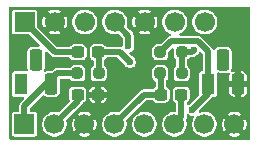
<source format=gbr>
%TF.GenerationSoftware,KiCad,Pcbnew,9.0.5*%
%TF.CreationDate,2025-11-23T20:09:45-05:00*%
%TF.ProjectId,Silicon Fuzz Face Compact,53696c69-636f-46e2-9046-757a7a204661,rev?*%
%TF.SameCoordinates,Original*%
%TF.FileFunction,Copper,L1,Top*%
%TF.FilePolarity,Positive*%
%FSLAX46Y46*%
G04 Gerber Fmt 4.6, Leading zero omitted, Abs format (unit mm)*
G04 Created by KiCad (PCBNEW 9.0.5) date 2025-11-23 20:09:45*
%MOMM*%
%LPD*%
G01*
G04 APERTURE LIST*
G04 Aperture macros list*
%AMRoundRect*
0 Rectangle with rounded corners*
0 $1 Rounding radius*
0 $2 $3 $4 $5 $6 $7 $8 $9 X,Y pos of 4 corners*
0 Add a 4 corners polygon primitive as box body*
4,1,4,$2,$3,$4,$5,$6,$7,$8,$9,$2,$3,0*
0 Add four circle primitives for the rounded corners*
1,1,$1+$1,$2,$3*
1,1,$1+$1,$4,$5*
1,1,$1+$1,$6,$7*
1,1,$1+$1,$8,$9*
0 Add four rect primitives between the rounded corners*
20,1,$1+$1,$2,$3,$4,$5,0*
20,1,$1+$1,$4,$5,$6,$7,0*
20,1,$1+$1,$6,$7,$8,$9,0*
20,1,$1+$1,$8,$9,$2,$3,0*%
G04 Aperture macros list end*
%TA.AperFunction,SMDPad,CuDef*%
%ADD10RoundRect,0.237500X0.300000X0.237500X-0.300000X0.237500X-0.300000X-0.237500X0.300000X-0.237500X0*%
%TD*%
%TA.AperFunction,ComponentPad*%
%ADD11R,1.700000X1.700000*%
%TD*%
%TA.AperFunction,ComponentPad*%
%ADD12C,1.700000*%
%TD*%
%TA.AperFunction,SMDPad,CuDef*%
%ADD13RoundRect,0.237500X0.250000X0.237500X-0.250000X0.237500X-0.250000X-0.237500X0.250000X-0.237500X0*%
%TD*%
%TA.AperFunction,SMDPad,CuDef*%
%ADD14RoundRect,0.237500X-0.300000X-0.237500X0.300000X-0.237500X0.300000X0.237500X-0.300000X0.237500X0*%
%TD*%
%TA.AperFunction,ComponentPad*%
%ADD15R,1.100000X1.800000*%
%TD*%
%TA.AperFunction,ComponentPad*%
%ADD16RoundRect,0.275000X-0.275000X-0.625000X0.275000X-0.625000X0.275000X0.625000X-0.275000X0.625000X0*%
%TD*%
%TA.AperFunction,ViaPad*%
%ADD17C,0.600000*%
%TD*%
%TA.AperFunction,Conductor*%
%ADD18C,0.500000*%
%TD*%
G04 APERTURE END LIST*
D10*
%TO.P,C1,1*%
%TO.N,Net-(Q1-B)*%
X56762500Y-84850000D03*
%TO.P,C1,2*%
%TO.N,/InputHigh*%
X55037500Y-84850000D03*
%TD*%
D11*
%TO.P,J1,1,Pin_1*%
%TO.N,/1k Pot 1*%
X50500000Y-90950000D03*
D12*
%TO.P,J1,2,Pin_2*%
%TO.N,/1k Pot 2*%
X53040000Y-90950000D03*
%TO.P,J1,3,Pin_3*%
%TO.N,GND*%
X55580000Y-90950000D03*
%TO.P,J1,4,Pin_4*%
%TO.N,/20k Pot 1*%
X58120000Y-90950000D03*
%TO.P,J1,5,Pin_5*%
%TO.N,/20k Pot 2*%
X60660000Y-90950000D03*
%TO.P,J1,6,Pin_6*%
%TO.N,/500k Pot 1*%
X63200000Y-90950000D03*
%TO.P,J1,7,Pin_7*%
%TO.N,/500k Pot 2*%
X65740000Y-90950000D03*
%TO.P,J1,8,Pin_8*%
%TO.N,GND*%
X68280000Y-90950000D03*
%TD*%
D13*
%TO.P,R3,1*%
%TO.N,Net-(Q1-B)*%
X56800000Y-86650000D03*
%TO.P,R3,2*%
%TO.N,/1k Pot 1*%
X54975000Y-86650000D03*
%TD*%
%TO.P,R2,1*%
%TO.N,/9V-GND*%
X63812500Y-86650000D03*
%TO.P,R2,2*%
%TO.N,/20k Pot 1*%
X61987500Y-86650000D03*
%TD*%
D11*
%TO.P,J2,1,Pin_1*%
%TO.N,/InputHigh*%
X50520000Y-82300000D03*
D12*
%TO.P,J2,2,Pin_2*%
%TO.N,GND*%
X53060000Y-82300000D03*
%TO.P,J2,3,Pin_3*%
%TO.N,/+9V*%
X55600000Y-82300000D03*
%TO.P,J2,4,Pin_4*%
%TO.N,/500k Pot 2*%
X58140000Y-82300000D03*
%TO.P,J2,5,Pin_5*%
%TO.N,GND*%
X60680000Y-82300000D03*
%TO.P,J2,6,Pin_6*%
%TO.N,/+9V*%
X63220000Y-82300000D03*
%TO.P,J2,7,Pin_7*%
%TO.N,/9V-GND*%
X65760000Y-82300000D03*
%TD*%
D14*
%TO.P,C2,1*%
%TO.N,/1k Pot 2*%
X55000000Y-88450000D03*
%TO.P,C2,2*%
%TO.N,GND*%
X56725000Y-88450000D03*
%TD*%
%TO.P,C3,1*%
%TO.N,/20k Pot 1*%
X62050000Y-88450000D03*
%TO.P,C3,2*%
%TO.N,/500k Pot 1*%
X63775000Y-88450000D03*
%TD*%
D13*
%TO.P,R1,1*%
%TO.N,/9V-GND*%
X63812500Y-84850000D03*
%TO.P,R1,2*%
%TO.N,Net-(Q1-C)*%
X61987500Y-84850000D03*
%TD*%
D15*
%TO.P,Q2,1,C*%
%TO.N,/20k Pot 2*%
X50210000Y-87550000D03*
D16*
%TO.P,Q2,2,B*%
%TO.N,Net-(Q1-C)*%
X51480000Y-85480000D03*
%TO.P,Q2,3,E*%
%TO.N,/1k Pot 1*%
X52750000Y-87550000D03*
%TD*%
D15*
%TO.P,Q1,1,C*%
%TO.N,Net-(Q1-C)*%
X66050000Y-87550000D03*
D16*
%TO.P,Q1,2,B*%
%TO.N,Net-(Q1-B)*%
X67320000Y-85480000D03*
%TO.P,Q1,3,E*%
%TO.N,GND*%
X68590000Y-87550000D03*
%TD*%
D17*
%TO.N,GND*%
X56925000Y-91900000D03*
X59375000Y-81400000D03*
X68550000Y-85900000D03*
X61975000Y-91900000D03*
X66750000Y-83275000D03*
X50225000Y-85975000D03*
X53825000Y-87450000D03*
X57850000Y-87500000D03*
X66975000Y-91875000D03*
X52133081Y-91950000D03*
X54300000Y-81400000D03*
X60525000Y-84925000D03*
X64450000Y-81425000D03*
%TO.N,Net-(Q1-C)*%
X64700000Y-89725000D03*
%TO.N,Net-(Q1-B)*%
X59425000Y-85675000D03*
%TO.N,/500k Pot 2*%
X59300000Y-84351000D03*
%TO.N,/9V-GND*%
X64850000Y-84650000D03*
%TD*%
D18*
%TO.N,Net-(Q1-C)*%
X65161075Y-83899000D02*
X62938500Y-83899000D01*
X66050000Y-88375000D02*
X66050000Y-87150000D01*
X66050000Y-84787925D02*
X65161075Y-83899000D01*
X62938500Y-83899000D02*
X61987500Y-84850000D01*
X66050000Y-87150000D02*
X66050000Y-84787925D01*
X64700000Y-89725000D02*
X66050000Y-88375000D01*
%TO.N,Net-(Q1-B)*%
X56800000Y-86650000D02*
X56800000Y-84887500D01*
X58600000Y-84850000D02*
X59425000Y-85675000D01*
X56800000Y-84887500D02*
X56762500Y-84850000D01*
X56762500Y-84850000D02*
X58600000Y-84850000D01*
%TO.N,/InputHigh*%
X55175000Y-84850000D02*
X55250000Y-84775000D01*
X53070000Y-84850000D02*
X55037500Y-84850000D01*
X55037500Y-84850000D02*
X55175000Y-84850000D01*
X50520000Y-82300000D02*
X53070000Y-84850000D01*
%TO.N,/20k Pot 1*%
X62050000Y-86712500D02*
X61987500Y-86650000D01*
X62050000Y-88450000D02*
X62050000Y-86712500D01*
X60620000Y-88450000D02*
X58120000Y-90950000D01*
X62050000Y-88450000D02*
X60620000Y-88450000D01*
%TO.N,/500k Pot 1*%
X63775000Y-90375000D02*
X63200000Y-90950000D01*
X63775000Y-88450000D02*
X63775000Y-90375000D01*
%TO.N,/1k Pot 2*%
X55000000Y-88450000D02*
X55000000Y-88990000D01*
X55000000Y-88990000D02*
X53040000Y-90950000D01*
%TO.N,/1k Pot 1*%
X50500000Y-89400000D02*
X52750000Y-87150000D01*
X54975000Y-86650000D02*
X53250000Y-86650000D01*
X53250000Y-86650000D02*
X52750000Y-87150000D01*
X50500000Y-90950000D02*
X50500000Y-89400000D01*
%TO.N,/500k Pot 2*%
X59300000Y-83460000D02*
X58140000Y-82300000D01*
X59300000Y-84351000D02*
X59300000Y-83460000D01*
%TO.N,/9V-GND*%
X63812500Y-84850000D02*
X63812500Y-86650000D01*
X63812500Y-84850000D02*
X64650000Y-84850000D01*
X64650000Y-84850000D02*
X64850000Y-84650000D01*
%TD*%
%TA.AperFunction,Conductor*%
%TO.N,GND*%
G36*
X69558691Y-81019407D02*
G01*
X69594655Y-81068907D01*
X69599500Y-81099500D01*
X69599500Y-92150500D01*
X69580593Y-92208691D01*
X69531093Y-92244655D01*
X69500500Y-92249500D01*
X49299500Y-92249500D01*
X49241309Y-92230593D01*
X49205345Y-92181093D01*
X49200500Y-92150500D01*
X49200500Y-90080253D01*
X49449500Y-90080253D01*
X49449500Y-91819746D01*
X49449501Y-91819758D01*
X49461132Y-91878227D01*
X49461134Y-91878233D01*
X49505445Y-91944548D01*
X49505448Y-91944552D01*
X49571769Y-91988867D01*
X49616231Y-91997711D01*
X49630241Y-92000498D01*
X49630246Y-92000498D01*
X49630252Y-92000500D01*
X49630253Y-92000500D01*
X51369747Y-92000500D01*
X51369748Y-92000500D01*
X51428231Y-91988867D01*
X51494552Y-91944552D01*
X51538867Y-91878231D01*
X51550500Y-91819748D01*
X51550500Y-90846532D01*
X51989500Y-90846532D01*
X51989500Y-91053467D01*
X52029869Y-91256418D01*
X52109058Y-91447597D01*
X52140777Y-91495068D01*
X52224023Y-91619655D01*
X52370345Y-91765977D01*
X52542402Y-91880941D01*
X52733580Y-91960130D01*
X52936535Y-92000500D01*
X52936536Y-92000500D01*
X53143464Y-92000500D01*
X53143465Y-92000500D01*
X53346420Y-91960130D01*
X53537598Y-91880941D01*
X53709655Y-91765977D01*
X53855977Y-91619655D01*
X53970941Y-91447598D01*
X54050130Y-91256420D01*
X54090500Y-91053465D01*
X54090500Y-90846581D01*
X54530000Y-90846581D01*
X54530000Y-91053418D01*
X54570349Y-91256272D01*
X54649501Y-91447360D01*
X54649505Y-91447369D01*
X54681377Y-91495067D01*
X55097036Y-91079407D01*
X55114075Y-91142993D01*
X55179901Y-91257007D01*
X55272993Y-91350099D01*
X55387007Y-91415925D01*
X55450590Y-91432962D01*
X55034931Y-91848621D01*
X55082639Y-91880498D01*
X55273727Y-91959650D01*
X55476581Y-91999999D01*
X55476586Y-92000000D01*
X55683414Y-92000000D01*
X55683418Y-91999999D01*
X55886272Y-91959650D01*
X56077359Y-91880499D01*
X56125068Y-91848621D01*
X55709409Y-91432962D01*
X55772993Y-91415925D01*
X55887007Y-91350099D01*
X55980099Y-91257007D01*
X56045925Y-91142993D01*
X56062962Y-91079409D01*
X56478621Y-91495068D01*
X56510499Y-91447359D01*
X56589650Y-91256272D01*
X56629999Y-91053418D01*
X56630000Y-91053413D01*
X56630000Y-90846585D01*
X56629999Y-90846582D01*
X56629989Y-90846532D01*
X57069500Y-90846532D01*
X57069500Y-91053467D01*
X57109869Y-91256418D01*
X57189058Y-91447597D01*
X57220777Y-91495068D01*
X57304023Y-91619655D01*
X57450345Y-91765977D01*
X57622402Y-91880941D01*
X57813580Y-91960130D01*
X58016535Y-92000500D01*
X58016536Y-92000500D01*
X58223464Y-92000500D01*
X58223465Y-92000500D01*
X58426420Y-91960130D01*
X58617598Y-91880941D01*
X58789655Y-91765977D01*
X58935977Y-91619655D01*
X59050941Y-91447598D01*
X59130130Y-91256420D01*
X59170500Y-91053465D01*
X59170500Y-90846535D01*
X59170499Y-90846532D01*
X59609500Y-90846532D01*
X59609500Y-91053467D01*
X59649869Y-91256418D01*
X59729058Y-91447597D01*
X59760777Y-91495068D01*
X59844023Y-91619655D01*
X59990345Y-91765977D01*
X60162402Y-91880941D01*
X60353580Y-91960130D01*
X60556535Y-92000500D01*
X60556536Y-92000500D01*
X60763464Y-92000500D01*
X60763465Y-92000500D01*
X60966420Y-91960130D01*
X61157598Y-91880941D01*
X61329655Y-91765977D01*
X61475977Y-91619655D01*
X61590941Y-91447598D01*
X61670130Y-91256420D01*
X61710500Y-91053465D01*
X61710500Y-90846535D01*
X61670130Y-90643580D01*
X61590941Y-90452402D01*
X61475977Y-90280345D01*
X61329655Y-90134023D01*
X61316904Y-90125503D01*
X61157597Y-90019058D01*
X60966418Y-89939869D01*
X60763467Y-89899500D01*
X60763465Y-89899500D01*
X60556535Y-89899500D01*
X60556532Y-89899500D01*
X60353581Y-89939869D01*
X60162402Y-90019058D01*
X59990348Y-90134020D01*
X59844020Y-90280348D01*
X59729058Y-90452402D01*
X59649869Y-90643581D01*
X59609500Y-90846532D01*
X59170499Y-90846532D01*
X59130130Y-90643580D01*
X59130128Y-90643577D01*
X59129402Y-90639923D01*
X59136594Y-90579162D01*
X59156493Y-90550608D01*
X60777607Y-88929496D01*
X60832124Y-88901719D01*
X60847611Y-88900500D01*
X61312853Y-88900500D01*
X61371044Y-88919407D01*
X61392506Y-88940709D01*
X61436789Y-89000711D01*
X61436792Y-89000713D01*
X61436793Y-89000714D01*
X61543023Y-89079115D01*
X61543024Y-89079115D01*
X61543025Y-89079116D01*
X61667651Y-89122725D01*
X61691912Y-89125000D01*
X61697233Y-89125499D01*
X61697238Y-89125500D01*
X61697244Y-89125500D01*
X62402762Y-89125500D01*
X62402765Y-89125499D01*
X62432349Y-89122725D01*
X62556975Y-89079116D01*
X62663211Y-89000711D01*
X62741616Y-88894475D01*
X62785225Y-88769849D01*
X62788000Y-88740256D01*
X62788000Y-88159744D01*
X62788000Y-88159738D01*
X62787999Y-88159733D01*
X62785225Y-88130155D01*
X62785225Y-88130151D01*
X62741616Y-88005525D01*
X62737169Y-87999500D01*
X62663214Y-87899293D01*
X62663213Y-87899292D01*
X62663211Y-87899289D01*
X62663206Y-87899285D01*
X62556977Y-87820884D01*
X62553237Y-87818908D01*
X62510626Y-87774999D01*
X62500500Y-87731382D01*
X62500500Y-87287745D01*
X62519407Y-87229554D01*
X62540715Y-87208088D01*
X62550711Y-87200711D01*
X62629116Y-87094475D01*
X62672725Y-86969849D01*
X62675500Y-86940256D01*
X62675500Y-86359744D01*
X62675500Y-86359738D01*
X62675499Y-86359733D01*
X62673575Y-86339216D01*
X62672725Y-86330151D01*
X62629116Y-86205525D01*
X62624669Y-86199500D01*
X62550714Y-86099293D01*
X62550713Y-86099292D01*
X62550711Y-86099289D01*
X62550706Y-86099285D01*
X62444476Y-86020884D01*
X62319852Y-85977276D01*
X62319851Y-85977275D01*
X62319849Y-85977275D01*
X62319847Y-85977274D01*
X62319844Y-85977274D01*
X62290266Y-85974500D01*
X62290256Y-85974500D01*
X61684744Y-85974500D01*
X61684733Y-85974500D01*
X61655155Y-85977274D01*
X61655147Y-85977276D01*
X61530523Y-86020884D01*
X61424293Y-86099285D01*
X61424285Y-86099293D01*
X61345884Y-86205523D01*
X61302276Y-86330147D01*
X61302274Y-86330155D01*
X61299500Y-86359733D01*
X61299500Y-86940266D01*
X61302274Y-86969844D01*
X61302276Y-86969852D01*
X61345884Y-87094476D01*
X61423299Y-87199370D01*
X61424289Y-87200711D01*
X61530525Y-87279116D01*
X61533196Y-87280050D01*
X61535243Y-87281609D01*
X61537084Y-87282582D01*
X61536922Y-87282887D01*
X61581876Y-87317113D01*
X61599500Y-87373495D01*
X61599500Y-87731382D01*
X61580593Y-87789573D01*
X61546763Y-87818908D01*
X61543022Y-87820884D01*
X61436793Y-87899285D01*
X61436789Y-87899289D01*
X61392507Y-87959288D01*
X61342741Y-87994881D01*
X61312853Y-87999500D01*
X60560691Y-87999500D01*
X60537332Y-88005759D01*
X60470325Y-88023713D01*
X60470324Y-88023712D01*
X60446112Y-88030201D01*
X60446109Y-88030202D01*
X60343390Y-88089507D01*
X60343389Y-88089508D01*
X58519392Y-89913503D01*
X58464875Y-89941280D01*
X58430074Y-89940597D01*
X58426420Y-89939870D01*
X58365988Y-89927849D01*
X58223467Y-89899500D01*
X58223465Y-89899500D01*
X58016535Y-89899500D01*
X58016532Y-89899500D01*
X57813581Y-89939869D01*
X57622402Y-90019058D01*
X57450348Y-90134020D01*
X57304020Y-90280348D01*
X57189058Y-90452402D01*
X57109869Y-90643581D01*
X57069500Y-90846532D01*
X56629989Y-90846532D01*
X56589650Y-90643727D01*
X56510498Y-90452639D01*
X56478621Y-90404931D01*
X56062962Y-90820590D01*
X56045925Y-90757007D01*
X55980099Y-90642993D01*
X55887007Y-90549901D01*
X55772993Y-90484075D01*
X55709407Y-90467036D01*
X56125067Y-90051377D01*
X56077369Y-90019505D01*
X56077360Y-90019501D01*
X55886272Y-89940349D01*
X55683418Y-89900000D01*
X55476581Y-89900000D01*
X55273727Y-89940349D01*
X55082638Y-90019501D01*
X55034931Y-90051377D01*
X55450591Y-90467037D01*
X55387007Y-90484075D01*
X55272993Y-90549901D01*
X55179901Y-90642993D01*
X55114075Y-90757007D01*
X55097037Y-90820591D01*
X54681377Y-90404931D01*
X54649501Y-90452638D01*
X54570349Y-90643727D01*
X54530000Y-90846581D01*
X54090500Y-90846581D01*
X54090500Y-90846535D01*
X54050130Y-90643580D01*
X54050128Y-90643576D01*
X54049402Y-90639924D01*
X54056594Y-90579163D01*
X54076493Y-90550609D01*
X55360490Y-89266614D01*
X55419799Y-89163886D01*
X55422300Y-89154550D01*
X55455620Y-89103235D01*
X55485229Y-89086725D01*
X55506975Y-89079116D01*
X55506975Y-89079115D01*
X55506977Y-89079115D01*
X55550341Y-89047110D01*
X55613211Y-89000711D01*
X55691616Y-88894475D01*
X55735225Y-88769849D01*
X55738000Y-88740256D01*
X55738000Y-88700001D01*
X55987500Y-88700001D01*
X55987500Y-88740201D01*
X55990271Y-88769758D01*
X55990272Y-88769759D01*
X56033830Y-88894240D01*
X56112141Y-89000348D01*
X56112151Y-89000358D01*
X56218259Y-89078669D01*
X56342740Y-89122227D01*
X56342741Y-89122228D01*
X56372299Y-89125000D01*
X56474999Y-89125000D01*
X56475000Y-89124999D01*
X56475000Y-88700001D01*
X56975000Y-88700001D01*
X56975000Y-89124999D01*
X56975001Y-89125000D01*
X57077701Y-89125000D01*
X57107258Y-89122228D01*
X57107259Y-89122227D01*
X57231740Y-89078669D01*
X57337848Y-89000358D01*
X57337858Y-89000348D01*
X57416169Y-88894240D01*
X57459727Y-88769759D01*
X57459728Y-88769758D01*
X57462500Y-88740201D01*
X57462500Y-88700001D01*
X57462499Y-88700000D01*
X56975001Y-88700000D01*
X56975000Y-88700001D01*
X56475000Y-88700001D01*
X56474999Y-88700000D01*
X55987501Y-88700000D01*
X55987500Y-88700001D01*
X55738000Y-88700001D01*
X55738000Y-88159798D01*
X55987500Y-88159798D01*
X55987500Y-88199999D01*
X55987501Y-88200000D01*
X56474999Y-88200000D01*
X56475000Y-88199999D01*
X56475000Y-87775001D01*
X56975000Y-87775001D01*
X56975000Y-88199999D01*
X56975001Y-88200000D01*
X57462499Y-88200000D01*
X57462500Y-88199999D01*
X57462500Y-88159798D01*
X57459728Y-88130241D01*
X57459727Y-88130240D01*
X57416169Y-88005759D01*
X57337858Y-87899651D01*
X57337848Y-87899641D01*
X57231740Y-87821330D01*
X57107259Y-87777772D01*
X57107258Y-87777771D01*
X57077701Y-87775000D01*
X56975001Y-87775000D01*
X56975000Y-87775001D01*
X56475000Y-87775001D01*
X56474999Y-87775000D01*
X56372299Y-87775000D01*
X56342741Y-87777771D01*
X56342740Y-87777772D01*
X56218259Y-87821330D01*
X56112151Y-87899641D01*
X56112141Y-87899651D01*
X56033830Y-88005759D01*
X55990272Y-88130240D01*
X55990271Y-88130241D01*
X55987500Y-88159798D01*
X55738000Y-88159798D01*
X55738000Y-88159744D01*
X55738000Y-88159738D01*
X55737999Y-88159733D01*
X55735225Y-88130155D01*
X55735225Y-88130151D01*
X55691616Y-88005525D01*
X55687169Y-87999500D01*
X55613214Y-87899293D01*
X55613213Y-87899292D01*
X55613211Y-87899289D01*
X55613206Y-87899285D01*
X55506976Y-87820884D01*
X55382352Y-87777276D01*
X55382351Y-87777275D01*
X55382349Y-87777275D01*
X55382347Y-87777274D01*
X55382344Y-87777274D01*
X55352766Y-87774500D01*
X55352756Y-87774500D01*
X54647244Y-87774500D01*
X54647233Y-87774500D01*
X54617655Y-87777274D01*
X54617647Y-87777276D01*
X54493023Y-87820884D01*
X54386793Y-87899285D01*
X54386785Y-87899293D01*
X54308384Y-88005523D01*
X54264776Y-88130147D01*
X54264774Y-88130155D01*
X54262000Y-88159733D01*
X54262000Y-88740266D01*
X54264774Y-88769844D01*
X54264776Y-88769852D01*
X54308383Y-88894474D01*
X54312598Y-88900185D01*
X54321503Y-88912251D01*
X54340845Y-88970297D01*
X54322374Y-89028628D01*
X54311852Y-89041043D01*
X53439392Y-89913503D01*
X53384875Y-89941280D01*
X53350074Y-89940597D01*
X53346420Y-89939870D01*
X53285988Y-89927849D01*
X53143467Y-89899500D01*
X53143465Y-89899500D01*
X52936535Y-89899500D01*
X52936532Y-89899500D01*
X52733581Y-89939869D01*
X52542402Y-90019058D01*
X52370348Y-90134020D01*
X52224020Y-90280348D01*
X52109058Y-90452402D01*
X52029869Y-90643581D01*
X51989500Y-90846532D01*
X51550500Y-90846532D01*
X51550500Y-90080252D01*
X51538867Y-90021769D01*
X51494552Y-89955448D01*
X51494548Y-89955445D01*
X51428233Y-89911134D01*
X51428231Y-89911133D01*
X51428228Y-89911132D01*
X51428227Y-89911132D01*
X51369758Y-89899501D01*
X51369748Y-89899500D01*
X51369747Y-89899500D01*
X51049500Y-89899500D01*
X51034588Y-89894655D01*
X51018907Y-89894655D01*
X51006221Y-89885438D01*
X50991309Y-89880593D01*
X50982092Y-89867907D01*
X50969407Y-89858691D01*
X50964561Y-89843778D01*
X50955345Y-89831093D01*
X50950500Y-89800500D01*
X50950500Y-89627610D01*
X50969407Y-89569419D01*
X50979490Y-89557612D01*
X52010091Y-88527010D01*
X52064606Y-88499235D01*
X52125038Y-88508806D01*
X52139419Y-88517761D01*
X52185672Y-88552385D01*
X52242000Y-88594552D01*
X52244774Y-88596628D01*
X52372886Y-88644412D01*
X52429515Y-88650500D01*
X53070484Y-88650499D01*
X53127114Y-88644412D01*
X53255226Y-88596628D01*
X53364687Y-88514687D01*
X53446628Y-88405226D01*
X53494412Y-88277114D01*
X53500500Y-88220485D01*
X53500499Y-87199499D01*
X53519406Y-87141309D01*
X53568906Y-87105345D01*
X53599499Y-87100500D01*
X54287853Y-87100500D01*
X54346044Y-87119407D01*
X54367506Y-87140709D01*
X54411789Y-87200711D01*
X54411792Y-87200713D01*
X54411793Y-87200714D01*
X54518023Y-87279115D01*
X54518024Y-87279115D01*
X54518025Y-87279116D01*
X54642651Y-87322725D01*
X54669941Y-87325284D01*
X54672233Y-87325499D01*
X54672238Y-87325500D01*
X54672244Y-87325500D01*
X55277762Y-87325500D01*
X55277765Y-87325499D01*
X55307349Y-87322725D01*
X55431975Y-87279116D01*
X55538211Y-87200711D01*
X55616616Y-87094475D01*
X55660225Y-86969849D01*
X55663000Y-86940256D01*
X55663000Y-86359744D01*
X55663000Y-86359738D01*
X55662999Y-86359733D01*
X55661075Y-86339216D01*
X55660225Y-86330151D01*
X55616616Y-86205525D01*
X55612169Y-86199500D01*
X55538214Y-86099293D01*
X55538213Y-86099292D01*
X55538211Y-86099289D01*
X55538206Y-86099285D01*
X55431976Y-86020884D01*
X55307352Y-85977276D01*
X55307351Y-85977275D01*
X55307349Y-85977275D01*
X55307347Y-85977274D01*
X55307344Y-85977274D01*
X55277766Y-85974500D01*
X55277756Y-85974500D01*
X54672244Y-85974500D01*
X54672233Y-85974500D01*
X54642655Y-85977274D01*
X54642647Y-85977276D01*
X54518023Y-86020884D01*
X54411793Y-86099285D01*
X54411789Y-86099289D01*
X54367507Y-86159288D01*
X54317741Y-86194881D01*
X54287853Y-86199500D01*
X53190691Y-86199500D01*
X53162279Y-86207113D01*
X53100325Y-86223713D01*
X53100324Y-86223712D01*
X53076115Y-86230200D01*
X52973383Y-86289512D01*
X52842391Y-86420504D01*
X52787875Y-86448281D01*
X52772388Y-86449500D01*
X52429521Y-86449500D01*
X52429515Y-86449501D01*
X52372888Y-86455587D01*
X52372883Y-86455588D01*
X52291502Y-86485942D01*
X52230373Y-86488562D01*
X52179378Y-86454751D01*
X52157997Y-86397423D01*
X52173525Y-86341603D01*
X52173233Y-86341444D01*
X52173918Y-86340188D01*
X52174395Y-86338476D01*
X52176426Y-86335594D01*
X52176625Y-86335231D01*
X52176625Y-86335229D01*
X52176628Y-86335226D01*
X52224412Y-86207114D01*
X52230500Y-86150485D01*
X52230499Y-84886609D01*
X52249406Y-84828419D01*
X52298906Y-84792455D01*
X52360092Y-84792455D01*
X52399500Y-84816604D01*
X52793386Y-85210490D01*
X52896114Y-85269799D01*
X53010691Y-85300500D01*
X54300353Y-85300500D01*
X54358544Y-85319407D01*
X54380006Y-85340709D01*
X54424289Y-85400711D01*
X54424292Y-85400713D01*
X54424293Y-85400714D01*
X54530523Y-85479115D01*
X54530524Y-85479115D01*
X54530525Y-85479116D01*
X54655151Y-85522725D01*
X54682441Y-85525284D01*
X54684733Y-85525499D01*
X54684738Y-85525500D01*
X54684744Y-85525500D01*
X55390262Y-85525500D01*
X55390265Y-85525499D01*
X55419849Y-85522725D01*
X55544475Y-85479116D01*
X55650711Y-85400711D01*
X55729116Y-85294475D01*
X55772725Y-85169849D01*
X55775500Y-85140256D01*
X55775500Y-84559744D01*
X55775500Y-84559738D01*
X55775499Y-84559733D01*
X56024500Y-84559733D01*
X56024500Y-85140266D01*
X56027274Y-85169844D01*
X56027276Y-85169852D01*
X56070884Y-85294476D01*
X56149285Y-85400706D01*
X56149289Y-85400711D01*
X56149292Y-85400713D01*
X56149293Y-85400714D01*
X56255521Y-85479114D01*
X56255523Y-85479114D01*
X56255525Y-85479116D01*
X56283198Y-85488799D01*
X56331878Y-85525863D01*
X56349500Y-85582243D01*
X56349500Y-85966127D01*
X56330593Y-86024318D01*
X56309288Y-86045782D01*
X56236794Y-86099284D01*
X56236785Y-86099293D01*
X56158384Y-86205523D01*
X56114776Y-86330147D01*
X56114774Y-86330155D01*
X56112000Y-86359733D01*
X56112000Y-86940266D01*
X56114774Y-86969844D01*
X56114776Y-86969852D01*
X56158384Y-87094476D01*
X56235799Y-87199370D01*
X56236789Y-87200711D01*
X56236792Y-87200713D01*
X56236793Y-87200714D01*
X56343023Y-87279115D01*
X56343024Y-87279115D01*
X56343025Y-87279116D01*
X56467651Y-87322725D01*
X56494941Y-87325284D01*
X56497233Y-87325499D01*
X56497238Y-87325500D01*
X56497244Y-87325500D01*
X57102762Y-87325500D01*
X57102765Y-87325499D01*
X57132349Y-87322725D01*
X57256975Y-87279116D01*
X57363211Y-87200711D01*
X57441616Y-87094475D01*
X57485225Y-86969849D01*
X57488000Y-86940256D01*
X57488000Y-86359744D01*
X57488000Y-86359738D01*
X57487999Y-86359733D01*
X57486075Y-86339216D01*
X57485225Y-86330151D01*
X57441616Y-86205525D01*
X57437169Y-86199500D01*
X57363214Y-86099293D01*
X57363213Y-86099292D01*
X57363211Y-86099289D01*
X57363206Y-86099285D01*
X57363205Y-86099284D01*
X57290712Y-86045782D01*
X57255119Y-85996015D01*
X57250500Y-85966127D01*
X57250500Y-85543097D01*
X57269407Y-85484906D01*
X57290710Y-85463443D01*
X57375711Y-85400711D01*
X57419992Y-85340711D01*
X57469759Y-85305119D01*
X57499647Y-85300500D01*
X58372389Y-85300500D01*
X58430580Y-85319407D01*
X58442393Y-85329496D01*
X58931624Y-85818727D01*
X58957245Y-85863103D01*
X58958606Y-85868182D01*
X58958609Y-85868189D01*
X59024496Y-85982309D01*
X59024498Y-85982311D01*
X59024500Y-85982314D01*
X59117686Y-86075500D01*
X59117688Y-86075501D01*
X59117690Y-86075503D01*
X59231810Y-86141390D01*
X59231808Y-86141390D01*
X59231812Y-86141391D01*
X59231814Y-86141392D01*
X59359108Y-86175500D01*
X59359110Y-86175500D01*
X59490890Y-86175500D01*
X59490892Y-86175500D01*
X59618186Y-86141392D01*
X59618188Y-86141390D01*
X59618190Y-86141390D01*
X59732309Y-86075503D01*
X59732309Y-86075502D01*
X59732314Y-86075500D01*
X59825500Y-85982314D01*
X59828410Y-85977274D01*
X59891390Y-85868190D01*
X59891390Y-85868188D01*
X59891392Y-85868186D01*
X59925500Y-85740892D01*
X59925500Y-85609108D01*
X59891392Y-85481814D01*
X59891390Y-85481811D01*
X59891390Y-85481809D01*
X59825503Y-85367690D01*
X59825501Y-85367688D01*
X59825500Y-85367686D01*
X59732314Y-85274500D01*
X59732311Y-85274498D01*
X59732309Y-85274496D01*
X59618189Y-85208609D01*
X59618182Y-85208606D01*
X59613103Y-85207245D01*
X59568727Y-85181624D01*
X59386752Y-84999649D01*
X59358975Y-84945132D01*
X59368546Y-84884700D01*
X59411811Y-84841435D01*
X59431128Y-84834020D01*
X59493186Y-84817392D01*
X59604912Y-84752887D01*
X59607309Y-84751503D01*
X59607309Y-84751502D01*
X59607314Y-84751500D01*
X59700500Y-84658314D01*
X59757416Y-84559733D01*
X61299500Y-84559733D01*
X61299500Y-85140266D01*
X61302274Y-85169844D01*
X61302276Y-85169852D01*
X61345884Y-85294476D01*
X61424285Y-85400706D01*
X61424289Y-85400711D01*
X61424292Y-85400713D01*
X61424293Y-85400714D01*
X61530523Y-85479115D01*
X61530524Y-85479115D01*
X61530525Y-85479116D01*
X61655151Y-85522725D01*
X61682441Y-85525284D01*
X61684733Y-85525499D01*
X61684738Y-85525500D01*
X61684744Y-85525500D01*
X62290262Y-85525500D01*
X62290265Y-85525499D01*
X62319849Y-85522725D01*
X62444475Y-85479116D01*
X62550711Y-85400711D01*
X62629116Y-85294475D01*
X62672725Y-85169849D01*
X62675500Y-85140256D01*
X62675500Y-84840111D01*
X62694407Y-84781920D01*
X62704496Y-84770107D01*
X62955496Y-84519107D01*
X63010013Y-84491330D01*
X63070445Y-84500901D01*
X63113710Y-84544166D01*
X63124500Y-84589111D01*
X63124500Y-85140266D01*
X63127274Y-85169844D01*
X63127276Y-85169852D01*
X63170884Y-85294476D01*
X63249285Y-85400706D01*
X63249289Y-85400711D01*
X63321789Y-85454218D01*
X63357381Y-85503984D01*
X63362000Y-85533872D01*
X63362000Y-85966127D01*
X63343093Y-86024318D01*
X63321788Y-86045782D01*
X63249294Y-86099284D01*
X63249285Y-86099293D01*
X63170884Y-86205523D01*
X63127276Y-86330147D01*
X63127274Y-86330155D01*
X63124500Y-86359733D01*
X63124500Y-86940266D01*
X63127274Y-86969844D01*
X63127276Y-86969852D01*
X63170884Y-87094476D01*
X63248299Y-87199370D01*
X63249289Y-87200711D01*
X63249292Y-87200713D01*
X63249293Y-87200714D01*
X63355523Y-87279115D01*
X63355524Y-87279115D01*
X63355525Y-87279116D01*
X63480151Y-87322725D01*
X63507441Y-87325284D01*
X63509733Y-87325499D01*
X63509738Y-87325500D01*
X63509744Y-87325500D01*
X64115262Y-87325500D01*
X64115265Y-87325499D01*
X64144849Y-87322725D01*
X64269475Y-87279116D01*
X64375711Y-87200711D01*
X64454116Y-87094475D01*
X64497725Y-86969849D01*
X64500500Y-86940256D01*
X64500500Y-86359744D01*
X64500500Y-86359738D01*
X64500499Y-86359733D01*
X64498575Y-86339216D01*
X64497725Y-86330151D01*
X64454116Y-86205525D01*
X64449669Y-86199500D01*
X64375714Y-86099293D01*
X64375713Y-86099292D01*
X64375711Y-86099289D01*
X64375706Y-86099285D01*
X64375705Y-86099284D01*
X64303212Y-86045782D01*
X64267619Y-85996015D01*
X64263000Y-85966127D01*
X64263000Y-85533872D01*
X64265653Y-85525706D01*
X64264412Y-85517209D01*
X64272881Y-85503457D01*
X64281907Y-85475681D01*
X64292844Y-85463031D01*
X64297722Y-85458268D01*
X64375711Y-85400711D01*
X64424752Y-85334260D01*
X64430491Y-85328659D01*
X64451077Y-85318479D01*
X64469759Y-85305119D01*
X64481889Y-85303244D01*
X64485338Y-85301539D01*
X64488941Y-85302154D01*
X64499647Y-85300500D01*
X64709307Y-85300500D01*
X64709309Y-85300500D01*
X64806342Y-85274500D01*
X64823887Y-85269799D01*
X64823889Y-85269797D01*
X64823891Y-85269797D01*
X64926609Y-85210492D01*
X64926609Y-85210491D01*
X64926614Y-85210489D01*
X64993730Y-85143372D01*
X65038110Y-85117751D01*
X65043186Y-85116392D01*
X65157314Y-85050500D01*
X65250500Y-84957314D01*
X65307433Y-84858702D01*
X65328337Y-84839879D01*
X65348223Y-84819995D01*
X65350890Y-84819572D01*
X65352900Y-84817763D01*
X65380886Y-84814821D01*
X65408655Y-84810423D01*
X65411062Y-84811649D01*
X65413750Y-84811367D01*
X65463171Y-84838200D01*
X65570503Y-84945531D01*
X65598281Y-85000048D01*
X65599500Y-85015535D01*
X65599500Y-86350500D01*
X65580593Y-86408691D01*
X65531093Y-86444655D01*
X65500500Y-86449500D01*
X65480252Y-86449500D01*
X65480251Y-86449500D01*
X65480241Y-86449501D01*
X65421772Y-86461132D01*
X65421766Y-86461134D01*
X65355451Y-86505445D01*
X65355445Y-86505451D01*
X65311134Y-86571766D01*
X65311132Y-86571772D01*
X65299501Y-86630241D01*
X65299500Y-86630253D01*
X65299500Y-88447388D01*
X65280593Y-88505579D01*
X65270504Y-88517392D01*
X64556271Y-89231624D01*
X64551080Y-89234268D01*
X64547864Y-89239124D01*
X64511899Y-89257244D01*
X64506819Y-89258605D01*
X64506810Y-89258609D01*
X64392690Y-89324496D01*
X64387540Y-89328449D01*
X64386316Y-89326854D01*
X64339987Y-89350460D01*
X64279555Y-89340889D01*
X64236290Y-89297624D01*
X64225500Y-89252679D01*
X64225500Y-89168616D01*
X64229698Y-89155692D01*
X64229112Y-89142120D01*
X64238918Y-89127316D01*
X64244407Y-89110425D01*
X64257803Y-89098810D01*
X64262903Y-89091112D01*
X64269540Y-89088633D01*
X64278247Y-89081085D01*
X64281966Y-89079118D01*
X64281975Y-89079116D01*
X64388211Y-89000711D01*
X64466616Y-88894475D01*
X64510225Y-88769849D01*
X64513000Y-88740256D01*
X64513000Y-88159744D01*
X64513000Y-88159738D01*
X64512999Y-88159733D01*
X64510225Y-88130155D01*
X64510225Y-88130151D01*
X64466616Y-88005525D01*
X64462169Y-87999500D01*
X64388214Y-87899293D01*
X64388213Y-87899292D01*
X64388211Y-87899289D01*
X64388206Y-87899285D01*
X64281976Y-87820884D01*
X64157352Y-87777276D01*
X64157351Y-87777275D01*
X64157349Y-87777275D01*
X64157347Y-87777274D01*
X64157344Y-87777274D01*
X64127766Y-87774500D01*
X64127756Y-87774500D01*
X63422244Y-87774500D01*
X63422233Y-87774500D01*
X63392655Y-87777274D01*
X63392647Y-87777276D01*
X63268023Y-87820884D01*
X63161793Y-87899285D01*
X63161785Y-87899293D01*
X63083384Y-88005523D01*
X63039776Y-88130147D01*
X63039774Y-88130155D01*
X63037000Y-88159733D01*
X63037000Y-88740266D01*
X63039774Y-88769844D01*
X63039776Y-88769852D01*
X63083384Y-88894476D01*
X63161521Y-89000348D01*
X63161789Y-89000711D01*
X63268025Y-89079116D01*
X63268030Y-89079117D01*
X63271753Y-89081085D01*
X63314369Y-89124989D01*
X63324500Y-89168616D01*
X63324500Y-89800500D01*
X63305593Y-89858691D01*
X63256093Y-89894655D01*
X63225500Y-89899500D01*
X63096532Y-89899500D01*
X62893581Y-89939869D01*
X62702402Y-90019058D01*
X62530348Y-90134020D01*
X62384020Y-90280348D01*
X62269058Y-90452402D01*
X62189869Y-90643581D01*
X62149500Y-90846532D01*
X62149500Y-91053467D01*
X62189869Y-91256418D01*
X62269058Y-91447597D01*
X62300777Y-91495068D01*
X62384023Y-91619655D01*
X62530345Y-91765977D01*
X62702402Y-91880941D01*
X62893580Y-91960130D01*
X63096535Y-92000500D01*
X63096536Y-92000500D01*
X63303464Y-92000500D01*
X63303465Y-92000500D01*
X63506420Y-91960130D01*
X63697598Y-91880941D01*
X63869655Y-91765977D01*
X64015977Y-91619655D01*
X64130941Y-91447598D01*
X64210130Y-91256420D01*
X64250500Y-91053465D01*
X64250500Y-90846535D01*
X64210130Y-90643580D01*
X64198274Y-90614959D01*
X64193473Y-90553964D01*
X64194112Y-90551449D01*
X64215513Y-90471584D01*
X64225500Y-90434309D01*
X64225500Y-90197321D01*
X64244407Y-90139130D01*
X64293907Y-90103166D01*
X64355093Y-90103166D01*
X64386757Y-90122570D01*
X64387540Y-90121551D01*
X64392690Y-90125503D01*
X64506810Y-90191390D01*
X64506808Y-90191390D01*
X64506812Y-90191391D01*
X64506814Y-90191392D01*
X64634108Y-90225500D01*
X64634110Y-90225500D01*
X64772381Y-90225500D01*
X64772381Y-90227677D01*
X64822973Y-90237045D01*
X64865098Y-90281420D01*
X64873094Y-90342080D01*
X64858065Y-90379056D01*
X64809059Y-90452399D01*
X64729869Y-90643581D01*
X64689500Y-90846532D01*
X64689500Y-91053467D01*
X64729869Y-91256418D01*
X64809058Y-91447597D01*
X64840777Y-91495068D01*
X64924023Y-91619655D01*
X65070345Y-91765977D01*
X65242402Y-91880941D01*
X65433580Y-91960130D01*
X65636535Y-92000500D01*
X65636536Y-92000500D01*
X65843464Y-92000500D01*
X65843465Y-92000500D01*
X66046420Y-91960130D01*
X66237598Y-91880941D01*
X66409655Y-91765977D01*
X66555977Y-91619655D01*
X66670941Y-91447598D01*
X66750130Y-91256420D01*
X66790500Y-91053465D01*
X66790500Y-90846581D01*
X67230000Y-90846581D01*
X67230000Y-91053418D01*
X67270349Y-91256272D01*
X67349501Y-91447360D01*
X67349505Y-91447369D01*
X67381377Y-91495067D01*
X67797036Y-91079407D01*
X67814075Y-91142993D01*
X67879901Y-91257007D01*
X67972993Y-91350099D01*
X68087007Y-91415925D01*
X68150590Y-91432962D01*
X67734931Y-91848621D01*
X67782639Y-91880498D01*
X67973727Y-91959650D01*
X68176581Y-91999999D01*
X68176586Y-92000000D01*
X68383414Y-92000000D01*
X68383418Y-91999999D01*
X68586272Y-91959650D01*
X68777359Y-91880499D01*
X68825068Y-91848621D01*
X68409409Y-91432962D01*
X68472993Y-91415925D01*
X68587007Y-91350099D01*
X68680099Y-91257007D01*
X68745925Y-91142993D01*
X68762962Y-91079409D01*
X69178621Y-91495068D01*
X69210499Y-91447359D01*
X69289650Y-91256272D01*
X69329999Y-91053418D01*
X69330000Y-91053413D01*
X69330000Y-90846586D01*
X69329999Y-90846581D01*
X69289650Y-90643727D01*
X69210498Y-90452639D01*
X69178621Y-90404931D01*
X68762962Y-90820590D01*
X68745925Y-90757007D01*
X68680099Y-90642993D01*
X68587007Y-90549901D01*
X68472993Y-90484075D01*
X68409407Y-90467036D01*
X68825067Y-90051377D01*
X68777369Y-90019505D01*
X68777360Y-90019501D01*
X68586272Y-89940349D01*
X68383418Y-89900000D01*
X68176581Y-89900000D01*
X67973727Y-89940349D01*
X67782638Y-90019501D01*
X67734931Y-90051377D01*
X68150591Y-90467037D01*
X68087007Y-90484075D01*
X67972993Y-90549901D01*
X67879901Y-90642993D01*
X67814075Y-90757007D01*
X67797037Y-90820591D01*
X67381377Y-90404931D01*
X67349501Y-90452638D01*
X67270349Y-90643727D01*
X67230000Y-90846581D01*
X66790500Y-90846581D01*
X66790500Y-90846535D01*
X66750130Y-90643580D01*
X66670941Y-90452402D01*
X66555977Y-90280345D01*
X66409655Y-90134023D01*
X66396904Y-90125503D01*
X66237597Y-90019058D01*
X66046418Y-89939869D01*
X65843467Y-89899500D01*
X65843465Y-89899500D01*
X65636535Y-89899500D01*
X65636532Y-89899500D01*
X65433580Y-89939870D01*
X65433578Y-89939870D01*
X65361896Y-89969562D01*
X65300899Y-89974362D01*
X65248730Y-89942393D01*
X65225316Y-89885865D01*
X65239600Y-89826370D01*
X65254003Y-89808099D01*
X66382607Y-88679494D01*
X66437123Y-88651719D01*
X66452610Y-88650500D01*
X66619747Y-88650500D01*
X66619748Y-88650500D01*
X66678231Y-88638867D01*
X66744552Y-88594552D01*
X66788867Y-88528231D01*
X66800500Y-88469748D01*
X66800500Y-87800001D01*
X67840001Y-87800001D01*
X67840001Y-88220436D01*
X67846081Y-88277004D01*
X67846082Y-88277006D01*
X67893814Y-88404983D01*
X67975668Y-88514327D01*
X67975672Y-88514331D01*
X68085016Y-88596185D01*
X68212990Y-88643916D01*
X68212998Y-88643918D01*
X68269566Y-88649999D01*
X68339999Y-88649998D01*
X68340000Y-88649998D01*
X68340000Y-87800001D01*
X68840000Y-87800001D01*
X68840000Y-88649998D01*
X68840001Y-88649999D01*
X68910431Y-88649999D01*
X68910436Y-88649998D01*
X68967004Y-88643918D01*
X68967006Y-88643917D01*
X69094983Y-88596185D01*
X69204327Y-88514331D01*
X69204331Y-88514327D01*
X69286185Y-88404983D01*
X69333916Y-88277009D01*
X69333918Y-88277001D01*
X69340000Y-88220434D01*
X69340000Y-87800001D01*
X69339999Y-87800000D01*
X68840001Y-87800000D01*
X68840000Y-87800001D01*
X68340000Y-87800001D01*
X68339999Y-87800000D01*
X67840002Y-87800000D01*
X67840001Y-87800001D01*
X66800500Y-87800001D01*
X66800500Y-86663891D01*
X66819407Y-86605700D01*
X66868907Y-86569736D01*
X66930093Y-86569736D01*
X66934073Y-86571124D01*
X66942886Y-86574412D01*
X66999515Y-86580500D01*
X67640484Y-86580499D01*
X67697114Y-86574412D01*
X67779364Y-86543733D01*
X67840491Y-86541113D01*
X67891486Y-86574924D01*
X67912868Y-86632251D01*
X67897146Y-86688770D01*
X67897207Y-86688803D01*
X67897065Y-86689062D01*
X67896471Y-86691199D01*
X67893931Y-86694800D01*
X67893815Y-86695013D01*
X67846083Y-86822990D01*
X67846081Y-86822998D01*
X67840000Y-86879565D01*
X67840000Y-87299999D01*
X67840001Y-87300000D01*
X68243590Y-87300000D01*
X68289925Y-87380255D01*
X68359745Y-87450075D01*
X68445255Y-87499444D01*
X68540630Y-87525000D01*
X68639370Y-87525000D01*
X68734745Y-87499444D01*
X68820255Y-87450075D01*
X68890075Y-87380255D01*
X68936410Y-87300000D01*
X69339998Y-87300000D01*
X69339999Y-87299999D01*
X69339999Y-86879569D01*
X69339998Y-86879563D01*
X69333918Y-86822995D01*
X69333917Y-86822993D01*
X69286185Y-86695016D01*
X69204331Y-86585672D01*
X69204327Y-86585668D01*
X69094983Y-86503814D01*
X68967009Y-86456083D01*
X68967001Y-86456081D01*
X68910434Y-86450000D01*
X68840001Y-86450000D01*
X68840000Y-86450001D01*
X68840000Y-86869670D01*
X68820255Y-86849925D01*
X68734745Y-86800556D01*
X68639370Y-86775000D01*
X68540630Y-86775000D01*
X68445255Y-86800556D01*
X68359745Y-86849925D01*
X68340000Y-86869670D01*
X68340000Y-86449999D01*
X68269570Y-86450000D01*
X68269562Y-86450001D01*
X68212995Y-86456081D01*
X68212990Y-86456082D01*
X68130949Y-86486682D01*
X68069820Y-86489302D01*
X68018825Y-86455491D01*
X67997444Y-86398163D01*
X68013842Y-86339216D01*
X68016535Y-86335395D01*
X68016625Y-86335231D01*
X68016625Y-86335229D01*
X68016628Y-86335226D01*
X68064412Y-86207114D01*
X68070500Y-86150485D01*
X68070499Y-84809516D01*
X68064412Y-84752886D01*
X68016628Y-84624774D01*
X67934687Y-84515313D01*
X67898476Y-84488206D01*
X67825228Y-84433373D01*
X67825226Y-84433372D01*
X67697114Y-84385588D01*
X67697113Y-84385587D01*
X67658895Y-84381479D01*
X67640485Y-84379500D01*
X67640481Y-84379500D01*
X66999521Y-84379500D01*
X66999515Y-84379501D01*
X66942888Y-84385587D01*
X66942886Y-84385588D01*
X66814774Y-84433372D01*
X66814773Y-84433372D01*
X66814772Y-84433373D01*
X66705315Y-84515311D01*
X66705309Y-84515317D01*
X66630112Y-84615768D01*
X66580103Y-84651021D01*
X66518924Y-84650147D01*
X66469943Y-84613479D01*
X66465133Y-84605956D01*
X66410490Y-84511311D01*
X65437689Y-83538511D01*
X65437686Y-83538509D01*
X65437685Y-83538508D01*
X65437684Y-83538507D01*
X65334965Y-83479202D01*
X65334961Y-83479200D01*
X65310748Y-83472712D01*
X65310748Y-83472713D01*
X65220384Y-83448500D01*
X63690071Y-83448500D01*
X63631880Y-83429593D01*
X63595916Y-83380093D01*
X63595916Y-83318907D01*
X63631880Y-83269407D01*
X63652185Y-83258036D01*
X63717598Y-83230941D01*
X63889655Y-83115977D01*
X64035977Y-82969655D01*
X64150941Y-82797598D01*
X64230130Y-82606420D01*
X64270500Y-82403465D01*
X64270500Y-82196535D01*
X64270499Y-82196532D01*
X64709500Y-82196532D01*
X64709500Y-82403467D01*
X64749869Y-82606418D01*
X64829058Y-82797597D01*
X64860777Y-82845068D01*
X64944023Y-82969655D01*
X65090345Y-83115977D01*
X65262402Y-83230941D01*
X65453580Y-83310130D01*
X65656535Y-83350500D01*
X65656536Y-83350500D01*
X65863464Y-83350500D01*
X65863465Y-83350500D01*
X66066420Y-83310130D01*
X66257598Y-83230941D01*
X66429655Y-83115977D01*
X66575977Y-82969655D01*
X66690941Y-82797598D01*
X66770130Y-82606420D01*
X66810500Y-82403465D01*
X66810500Y-82196535D01*
X66770130Y-81993580D01*
X66690941Y-81802402D01*
X66575977Y-81630345D01*
X66429655Y-81484023D01*
X66349182Y-81430253D01*
X66257597Y-81369058D01*
X66066418Y-81289869D01*
X65863467Y-81249500D01*
X65863465Y-81249500D01*
X65656535Y-81249500D01*
X65656532Y-81249500D01*
X65453581Y-81289869D01*
X65262402Y-81369058D01*
X65090348Y-81484020D01*
X64944020Y-81630348D01*
X64829058Y-81802402D01*
X64749869Y-81993581D01*
X64709500Y-82196532D01*
X64270499Y-82196532D01*
X64230130Y-81993580D01*
X64150941Y-81802402D01*
X64035977Y-81630345D01*
X63889655Y-81484023D01*
X63809182Y-81430253D01*
X63717597Y-81369058D01*
X63526418Y-81289869D01*
X63323467Y-81249500D01*
X63323465Y-81249500D01*
X63116535Y-81249500D01*
X63116532Y-81249500D01*
X62913581Y-81289869D01*
X62722402Y-81369058D01*
X62550348Y-81484020D01*
X62404020Y-81630348D01*
X62289058Y-81802402D01*
X62209869Y-81993581D01*
X62169500Y-82196532D01*
X62169500Y-82403467D01*
X62209869Y-82606418D01*
X62289058Y-82797597D01*
X62320777Y-82845068D01*
X62404023Y-82969655D01*
X62550345Y-83115977D01*
X62722402Y-83230941D01*
X62833468Y-83276946D01*
X62879993Y-83316683D01*
X62894277Y-83376177D01*
X62870862Y-83432705D01*
X62821205Y-83464037D01*
X62788826Y-83472713D01*
X62788825Y-83472712D01*
X62764612Y-83479201D01*
X62764609Y-83479202D01*
X62661890Y-83538507D01*
X62054893Y-84145504D01*
X62000376Y-84173281D01*
X61984889Y-84174500D01*
X61684733Y-84174500D01*
X61655155Y-84177274D01*
X61655147Y-84177276D01*
X61530523Y-84220884D01*
X61424293Y-84299285D01*
X61424285Y-84299293D01*
X61345884Y-84405523D01*
X61302276Y-84530147D01*
X61302274Y-84530155D01*
X61299500Y-84559733D01*
X59757416Y-84559733D01*
X59766392Y-84544186D01*
X59800500Y-84416892D01*
X59800500Y-84285108D01*
X59766392Y-84157814D01*
X59763761Y-84153258D01*
X59750500Y-84103761D01*
X59750500Y-83400692D01*
X59722060Y-83294554D01*
X59719799Y-83286114D01*
X59719799Y-83286113D01*
X59660490Y-83183386D01*
X59446755Y-82969651D01*
X59176496Y-82699391D01*
X59148719Y-82644875D01*
X59149402Y-82610074D01*
X59150127Y-82606425D01*
X59150130Y-82606420D01*
X59190500Y-82403465D01*
X59190500Y-82196581D01*
X59630000Y-82196581D01*
X59630000Y-82403418D01*
X59670349Y-82606272D01*
X59749501Y-82797360D01*
X59749505Y-82797369D01*
X59781377Y-82845067D01*
X60197036Y-82429407D01*
X60214075Y-82492993D01*
X60279901Y-82607007D01*
X60372993Y-82700099D01*
X60487007Y-82765925D01*
X60550590Y-82782962D01*
X60134931Y-83198621D01*
X60182639Y-83230498D01*
X60373727Y-83309650D01*
X60576581Y-83349999D01*
X60576586Y-83350000D01*
X60783414Y-83350000D01*
X60783418Y-83349999D01*
X60986272Y-83309650D01*
X61177359Y-83230499D01*
X61225068Y-83198621D01*
X60809409Y-82782962D01*
X60872993Y-82765925D01*
X60987007Y-82700099D01*
X61080099Y-82607007D01*
X61145925Y-82492993D01*
X61162962Y-82429409D01*
X61578621Y-82845068D01*
X61610499Y-82797359D01*
X61689650Y-82606272D01*
X61729999Y-82403418D01*
X61730000Y-82403413D01*
X61730000Y-82196586D01*
X61729999Y-82196581D01*
X61689650Y-81993727D01*
X61610498Y-81802639D01*
X61578621Y-81754931D01*
X61162962Y-82170590D01*
X61145925Y-82107007D01*
X61080099Y-81992993D01*
X60987007Y-81899901D01*
X60872993Y-81834075D01*
X60809407Y-81817036D01*
X61225067Y-81401377D01*
X61177369Y-81369505D01*
X61177360Y-81369501D01*
X60986272Y-81290349D01*
X60783418Y-81250000D01*
X60576581Y-81250000D01*
X60373727Y-81290349D01*
X60182638Y-81369501D01*
X60134931Y-81401377D01*
X60550591Y-81817037D01*
X60487007Y-81834075D01*
X60372993Y-81899901D01*
X60279901Y-81992993D01*
X60214075Y-82107007D01*
X60197037Y-82170591D01*
X59781377Y-81754931D01*
X59749501Y-81802638D01*
X59670349Y-81993727D01*
X59630000Y-82196581D01*
X59190500Y-82196581D01*
X59190500Y-82196535D01*
X59150130Y-81993580D01*
X59070941Y-81802402D01*
X58955977Y-81630345D01*
X58809655Y-81484023D01*
X58729182Y-81430253D01*
X58637597Y-81369058D01*
X58446418Y-81289869D01*
X58243467Y-81249500D01*
X58243465Y-81249500D01*
X58036535Y-81249500D01*
X58036532Y-81249500D01*
X57833581Y-81289869D01*
X57642402Y-81369058D01*
X57470348Y-81484020D01*
X57324020Y-81630348D01*
X57209058Y-81802402D01*
X57129869Y-81993581D01*
X57089500Y-82196532D01*
X57089500Y-82403467D01*
X57129869Y-82606418D01*
X57209058Y-82797597D01*
X57240777Y-82845068D01*
X57324023Y-82969655D01*
X57470345Y-83115977D01*
X57642402Y-83230941D01*
X57833580Y-83310130D01*
X58036535Y-83350500D01*
X58036536Y-83350500D01*
X58243464Y-83350500D01*
X58243465Y-83350500D01*
X58446420Y-83310130D01*
X58446424Y-83310128D01*
X58450075Y-83309402D01*
X58510836Y-83316594D01*
X58539392Y-83336496D01*
X58820503Y-83617606D01*
X58848281Y-83672123D01*
X58849500Y-83687610D01*
X58849500Y-84103761D01*
X58836238Y-84153259D01*
X58833608Y-84157813D01*
X58829137Y-84174500D01*
X58804885Y-84265013D01*
X58799500Y-84285109D01*
X58799500Y-84308044D01*
X58780593Y-84366235D01*
X58731093Y-84402199D01*
X58674881Y-84403672D01*
X58664660Y-84400934D01*
X58659309Y-84399500D01*
X58659308Y-84399500D01*
X57499647Y-84399500D01*
X57441456Y-84380593D01*
X57419993Y-84359290D01*
X57375711Y-84299289D01*
X57356498Y-84285109D01*
X57269476Y-84220884D01*
X57144852Y-84177276D01*
X57144851Y-84177275D01*
X57144849Y-84177275D01*
X57144847Y-84177274D01*
X57144844Y-84177274D01*
X57115266Y-84174500D01*
X57115256Y-84174500D01*
X56409744Y-84174500D01*
X56409733Y-84174500D01*
X56380155Y-84177274D01*
X56380147Y-84177276D01*
X56255523Y-84220884D01*
X56149293Y-84299285D01*
X56149285Y-84299293D01*
X56070884Y-84405523D01*
X56027276Y-84530147D01*
X56027274Y-84530155D01*
X56024500Y-84559733D01*
X55775499Y-84559733D01*
X55772725Y-84530155D01*
X55772725Y-84530151D01*
X55729116Y-84405525D01*
X55727748Y-84403672D01*
X55650714Y-84299293D01*
X55650713Y-84299292D01*
X55650711Y-84299289D01*
X55631498Y-84285109D01*
X55544476Y-84220884D01*
X55419852Y-84177276D01*
X55419851Y-84177275D01*
X55419849Y-84177275D01*
X55419847Y-84177274D01*
X55419844Y-84177274D01*
X55390266Y-84174500D01*
X55390256Y-84174500D01*
X54684744Y-84174500D01*
X54684733Y-84174500D01*
X54655155Y-84177274D01*
X54655147Y-84177276D01*
X54530523Y-84220884D01*
X54424293Y-84299285D01*
X54424288Y-84299290D01*
X54411258Y-84316945D01*
X54380007Y-84359288D01*
X54330241Y-84394881D01*
X54300353Y-84399500D01*
X53297612Y-84399500D01*
X53239421Y-84380593D01*
X53227608Y-84370504D01*
X51599496Y-82742392D01*
X51571719Y-82687875D01*
X51570500Y-82672388D01*
X51570500Y-82196581D01*
X52010000Y-82196581D01*
X52010000Y-82403418D01*
X52050349Y-82606272D01*
X52129501Y-82797360D01*
X52129505Y-82797369D01*
X52161377Y-82845067D01*
X52577036Y-82429407D01*
X52594075Y-82492993D01*
X52659901Y-82607007D01*
X52752993Y-82700099D01*
X52867007Y-82765925D01*
X52930590Y-82782962D01*
X52514931Y-83198621D01*
X52562639Y-83230498D01*
X52753727Y-83309650D01*
X52956581Y-83349999D01*
X52956586Y-83350000D01*
X53163414Y-83350000D01*
X53163418Y-83349999D01*
X53366272Y-83309650D01*
X53557359Y-83230499D01*
X53605068Y-83198621D01*
X53189409Y-82782962D01*
X53252993Y-82765925D01*
X53367007Y-82700099D01*
X53460099Y-82607007D01*
X53525925Y-82492993D01*
X53542962Y-82429409D01*
X53958621Y-82845068D01*
X53990499Y-82797359D01*
X54069650Y-82606272D01*
X54109999Y-82403418D01*
X54110000Y-82403413D01*
X54110000Y-82196585D01*
X54109999Y-82196582D01*
X54109989Y-82196532D01*
X54549500Y-82196532D01*
X54549500Y-82403467D01*
X54589869Y-82606418D01*
X54669058Y-82797597D01*
X54700777Y-82845068D01*
X54784023Y-82969655D01*
X54930345Y-83115977D01*
X55102402Y-83230941D01*
X55293580Y-83310130D01*
X55496535Y-83350500D01*
X55496536Y-83350500D01*
X55703464Y-83350500D01*
X55703465Y-83350500D01*
X55906420Y-83310130D01*
X56097598Y-83230941D01*
X56269655Y-83115977D01*
X56415977Y-82969655D01*
X56530941Y-82797598D01*
X56610130Y-82606420D01*
X56650500Y-82403465D01*
X56650500Y-82196535D01*
X56610130Y-81993580D01*
X56530941Y-81802402D01*
X56415977Y-81630345D01*
X56269655Y-81484023D01*
X56189182Y-81430253D01*
X56097597Y-81369058D01*
X55906418Y-81289869D01*
X55703467Y-81249500D01*
X55703465Y-81249500D01*
X55496535Y-81249500D01*
X55496532Y-81249500D01*
X55293581Y-81289869D01*
X55102402Y-81369058D01*
X54930348Y-81484020D01*
X54784020Y-81630348D01*
X54669058Y-81802402D01*
X54589869Y-81993581D01*
X54549500Y-82196532D01*
X54109989Y-82196532D01*
X54069650Y-81993727D01*
X53990498Y-81802639D01*
X53958621Y-81754931D01*
X53542962Y-82170590D01*
X53525925Y-82107007D01*
X53460099Y-81992993D01*
X53367007Y-81899901D01*
X53252993Y-81834075D01*
X53189407Y-81817036D01*
X53605067Y-81401377D01*
X53557369Y-81369505D01*
X53557360Y-81369501D01*
X53366272Y-81290349D01*
X53163418Y-81250000D01*
X52956581Y-81250000D01*
X52753727Y-81290349D01*
X52562638Y-81369501D01*
X52514931Y-81401377D01*
X52930591Y-81817037D01*
X52867007Y-81834075D01*
X52752993Y-81899901D01*
X52659901Y-81992993D01*
X52594075Y-82107007D01*
X52577037Y-82170591D01*
X52161377Y-81754931D01*
X52129501Y-81802638D01*
X52050349Y-81993727D01*
X52010000Y-82196581D01*
X51570500Y-82196581D01*
X51570500Y-81430253D01*
X51570498Y-81430241D01*
X51564756Y-81401377D01*
X51558867Y-81371769D01*
X51514552Y-81305448D01*
X51514548Y-81305445D01*
X51448233Y-81261134D01*
X51448231Y-81261133D01*
X51448228Y-81261132D01*
X51448227Y-81261132D01*
X51389758Y-81249501D01*
X51389748Y-81249500D01*
X49650252Y-81249500D01*
X49650251Y-81249500D01*
X49650241Y-81249501D01*
X49591772Y-81261132D01*
X49591766Y-81261134D01*
X49525451Y-81305445D01*
X49525445Y-81305451D01*
X49481134Y-81371766D01*
X49481132Y-81371772D01*
X49469501Y-81430241D01*
X49469500Y-81430253D01*
X49469500Y-83169746D01*
X49469501Y-83169758D01*
X49481132Y-83228227D01*
X49481134Y-83228233D01*
X49519812Y-83286118D01*
X49525448Y-83294552D01*
X49591769Y-83338867D01*
X49636231Y-83347711D01*
X49650241Y-83350498D01*
X49650246Y-83350498D01*
X49650252Y-83350500D01*
X50892389Y-83350500D01*
X50950580Y-83369407D01*
X50962393Y-83379496D01*
X51793393Y-84210496D01*
X51821170Y-84265013D01*
X51811599Y-84325445D01*
X51768334Y-84368710D01*
X51723389Y-84379500D01*
X51159521Y-84379500D01*
X51159515Y-84379501D01*
X51102888Y-84385587D01*
X51102886Y-84385588D01*
X50974774Y-84433372D01*
X50974773Y-84433372D01*
X50974772Y-84433373D01*
X50865315Y-84515311D01*
X50865311Y-84515315D01*
X50783373Y-84624771D01*
X50735587Y-84752887D01*
X50729500Y-84809518D01*
X50729500Y-86150478D01*
X50729501Y-86150484D01*
X50735587Y-86207111D01*
X50735587Y-86207112D01*
X50735588Y-86207114D01*
X50776165Y-86315903D01*
X50778785Y-86377032D01*
X50744975Y-86428027D01*
X50687647Y-86449409D01*
X50683407Y-86449500D01*
X49640252Y-86449500D01*
X49640251Y-86449500D01*
X49640241Y-86449501D01*
X49581772Y-86461132D01*
X49581766Y-86461134D01*
X49515451Y-86505445D01*
X49515445Y-86505451D01*
X49471134Y-86571766D01*
X49471132Y-86571772D01*
X49459501Y-86630241D01*
X49459500Y-86630253D01*
X49459500Y-88469746D01*
X49459501Y-88469758D01*
X49471132Y-88528227D01*
X49471133Y-88528231D01*
X49515448Y-88594552D01*
X49581769Y-88638867D01*
X49626231Y-88647711D01*
X49640241Y-88650498D01*
X49640246Y-88650498D01*
X49640252Y-88650500D01*
X50373389Y-88650500D01*
X50431580Y-88669407D01*
X50467544Y-88718907D01*
X50467544Y-88780093D01*
X50443393Y-88819503D01*
X50139511Y-89123385D01*
X50139507Y-89123390D01*
X50080200Y-89226112D01*
X50080200Y-89226113D01*
X50080201Y-89226114D01*
X50053839Y-89324500D01*
X50049500Y-89340692D01*
X50049500Y-89800500D01*
X50030593Y-89858691D01*
X49981093Y-89894655D01*
X49950500Y-89899500D01*
X49630252Y-89899500D01*
X49630251Y-89899500D01*
X49630241Y-89899501D01*
X49571772Y-89911132D01*
X49571766Y-89911134D01*
X49505451Y-89955445D01*
X49505445Y-89955451D01*
X49461134Y-90021766D01*
X49461132Y-90021772D01*
X49449501Y-90080241D01*
X49449500Y-90080253D01*
X49200500Y-90080253D01*
X49200500Y-81099500D01*
X49219407Y-81041309D01*
X49268907Y-81005345D01*
X49299500Y-81000500D01*
X69500500Y-81000500D01*
X69558691Y-81019407D01*
G37*
%TD.AperFunction*%
%TD*%
M02*

</source>
